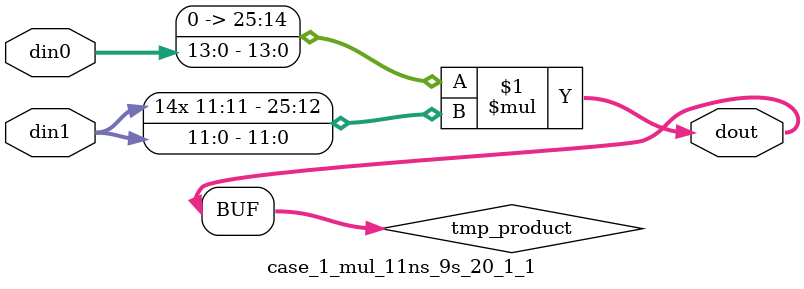
<source format=v>

`timescale 1 ns / 1 ps

 (* use_dsp = "no" *)  module case_1_mul_11ns_9s_20_1_1(din0, din1, dout);
parameter ID = 1;
parameter NUM_STAGE = 0;
parameter din0_WIDTH = 14;
parameter din1_WIDTH = 12;
parameter dout_WIDTH = 26;

input [din0_WIDTH - 1 : 0] din0; 
input [din1_WIDTH - 1 : 0] din1; 
output [dout_WIDTH - 1 : 0] dout;

wire signed [dout_WIDTH - 1 : 0] tmp_product;

























assign tmp_product = $signed({1'b0, din0}) * $signed(din1);










assign dout = tmp_product;





















endmodule

</source>
